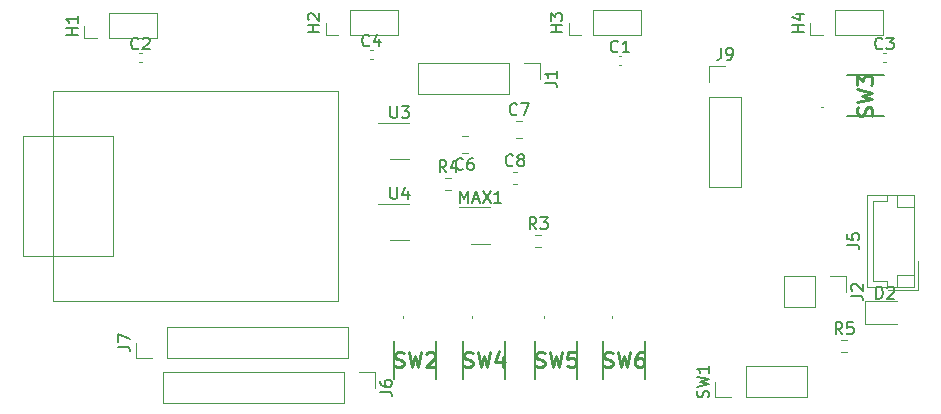
<source format=gbr>
%TF.GenerationSoftware,KiCad,Pcbnew,7.0.7*%
%TF.CreationDate,2024-09-13T11:59:40-05:00*%
%TF.ProjectId,LASK5,4c41534b-352e-46b6-9963-61645f706362,rev?*%
%TF.SameCoordinates,Original*%
%TF.FileFunction,Legend,Top*%
%TF.FilePolarity,Positive*%
%FSLAX46Y46*%
G04 Gerber Fmt 4.6, Leading zero omitted, Abs format (unit mm)*
G04 Created by KiCad (PCBNEW 7.0.7) date 2024-09-13 11:59:40*
%MOMM*%
%LPD*%
G01*
G04 APERTURE LIST*
%ADD10C,0.150000*%
%ADD11C,0.254000*%
%ADD12C,0.120000*%
%ADD13C,0.200000*%
%ADD14C,0.100000*%
G04 APERTURE END LIST*
D10*
X172132666Y-70276819D02*
X172132666Y-70991104D01*
X172132666Y-70991104D02*
X172085047Y-71133961D01*
X172085047Y-71133961D02*
X171989809Y-71229200D01*
X171989809Y-71229200D02*
X171846952Y-71276819D01*
X171846952Y-71276819D02*
X171751714Y-71276819D01*
X172656476Y-71276819D02*
X172846952Y-71276819D01*
X172846952Y-71276819D02*
X172942190Y-71229200D01*
X172942190Y-71229200D02*
X172989809Y-71181580D01*
X172989809Y-71181580D02*
X173085047Y-71038723D01*
X173085047Y-71038723D02*
X173132666Y-70848247D01*
X173132666Y-70848247D02*
X173132666Y-70467295D01*
X173132666Y-70467295D02*
X173085047Y-70372057D01*
X173085047Y-70372057D02*
X173037428Y-70324438D01*
X173037428Y-70324438D02*
X172942190Y-70276819D01*
X172942190Y-70276819D02*
X172751714Y-70276819D01*
X172751714Y-70276819D02*
X172656476Y-70324438D01*
X172656476Y-70324438D02*
X172608857Y-70372057D01*
X172608857Y-70372057D02*
X172561238Y-70467295D01*
X172561238Y-70467295D02*
X172561238Y-70705390D01*
X172561238Y-70705390D02*
X172608857Y-70800628D01*
X172608857Y-70800628D02*
X172656476Y-70848247D01*
X172656476Y-70848247D02*
X172751714Y-70895866D01*
X172751714Y-70895866D02*
X172942190Y-70895866D01*
X172942190Y-70895866D02*
X173037428Y-70848247D01*
X173037428Y-70848247D02*
X173085047Y-70800628D01*
X173085047Y-70800628D02*
X173132666Y-70705390D01*
X122797333Y-70319580D02*
X122749714Y-70367200D01*
X122749714Y-70367200D02*
X122606857Y-70414819D01*
X122606857Y-70414819D02*
X122511619Y-70414819D01*
X122511619Y-70414819D02*
X122368762Y-70367200D01*
X122368762Y-70367200D02*
X122273524Y-70271961D01*
X122273524Y-70271961D02*
X122225905Y-70176723D01*
X122225905Y-70176723D02*
X122178286Y-69986247D01*
X122178286Y-69986247D02*
X122178286Y-69843390D01*
X122178286Y-69843390D02*
X122225905Y-69652914D01*
X122225905Y-69652914D02*
X122273524Y-69557676D01*
X122273524Y-69557676D02*
X122368762Y-69462438D01*
X122368762Y-69462438D02*
X122511619Y-69414819D01*
X122511619Y-69414819D02*
X122606857Y-69414819D01*
X122606857Y-69414819D02*
X122749714Y-69462438D01*
X122749714Y-69462438D02*
X122797333Y-69510057D01*
X123178286Y-69510057D02*
X123225905Y-69462438D01*
X123225905Y-69462438D02*
X123321143Y-69414819D01*
X123321143Y-69414819D02*
X123559238Y-69414819D01*
X123559238Y-69414819D02*
X123654476Y-69462438D01*
X123654476Y-69462438D02*
X123702095Y-69510057D01*
X123702095Y-69510057D02*
X123749714Y-69605295D01*
X123749714Y-69605295D02*
X123749714Y-69700533D01*
X123749714Y-69700533D02*
X123702095Y-69843390D01*
X123702095Y-69843390D02*
X123130667Y-70414819D01*
X123130667Y-70414819D02*
X123749714Y-70414819D01*
X148868333Y-80812819D02*
X148535000Y-80336628D01*
X148296905Y-80812819D02*
X148296905Y-79812819D01*
X148296905Y-79812819D02*
X148677857Y-79812819D01*
X148677857Y-79812819D02*
X148773095Y-79860438D01*
X148773095Y-79860438D02*
X148820714Y-79908057D01*
X148820714Y-79908057D02*
X148868333Y-80003295D01*
X148868333Y-80003295D02*
X148868333Y-80146152D01*
X148868333Y-80146152D02*
X148820714Y-80241390D01*
X148820714Y-80241390D02*
X148773095Y-80289009D01*
X148773095Y-80289009D02*
X148677857Y-80336628D01*
X148677857Y-80336628D02*
X148296905Y-80336628D01*
X149725476Y-80146152D02*
X149725476Y-80812819D01*
X149487381Y-79765200D02*
X149249286Y-80479485D01*
X149249286Y-80479485D02*
X149868333Y-80479485D01*
X150267333Y-80525580D02*
X150219714Y-80573200D01*
X150219714Y-80573200D02*
X150076857Y-80620819D01*
X150076857Y-80620819D02*
X149981619Y-80620819D01*
X149981619Y-80620819D02*
X149838762Y-80573200D01*
X149838762Y-80573200D02*
X149743524Y-80477961D01*
X149743524Y-80477961D02*
X149695905Y-80382723D01*
X149695905Y-80382723D02*
X149648286Y-80192247D01*
X149648286Y-80192247D02*
X149648286Y-80049390D01*
X149648286Y-80049390D02*
X149695905Y-79858914D01*
X149695905Y-79858914D02*
X149743524Y-79763676D01*
X149743524Y-79763676D02*
X149838762Y-79668438D01*
X149838762Y-79668438D02*
X149981619Y-79620819D01*
X149981619Y-79620819D02*
X150076857Y-79620819D01*
X150076857Y-79620819D02*
X150219714Y-79668438D01*
X150219714Y-79668438D02*
X150267333Y-79716057D01*
X151124476Y-79620819D02*
X150934000Y-79620819D01*
X150934000Y-79620819D02*
X150838762Y-79668438D01*
X150838762Y-79668438D02*
X150791143Y-79716057D01*
X150791143Y-79716057D02*
X150695905Y-79858914D01*
X150695905Y-79858914D02*
X150648286Y-80049390D01*
X150648286Y-80049390D02*
X150648286Y-80430342D01*
X150648286Y-80430342D02*
X150695905Y-80525580D01*
X150695905Y-80525580D02*
X150743524Y-80573200D01*
X150743524Y-80573200D02*
X150838762Y-80620819D01*
X150838762Y-80620819D02*
X151029238Y-80620819D01*
X151029238Y-80620819D02*
X151124476Y-80573200D01*
X151124476Y-80573200D02*
X151172095Y-80525580D01*
X151172095Y-80525580D02*
X151219714Y-80430342D01*
X151219714Y-80430342D02*
X151219714Y-80192247D01*
X151219714Y-80192247D02*
X151172095Y-80097009D01*
X151172095Y-80097009D02*
X151124476Y-80049390D01*
X151124476Y-80049390D02*
X151029238Y-80001771D01*
X151029238Y-80001771D02*
X150838762Y-80001771D01*
X150838762Y-80001771D02*
X150743524Y-80049390D01*
X150743524Y-80049390D02*
X150695905Y-80097009D01*
X150695905Y-80097009D02*
X150648286Y-80192247D01*
X144139595Y-82078819D02*
X144139595Y-82888342D01*
X144139595Y-82888342D02*
X144187214Y-82983580D01*
X144187214Y-82983580D02*
X144234833Y-83031200D01*
X144234833Y-83031200D02*
X144330071Y-83078819D01*
X144330071Y-83078819D02*
X144520547Y-83078819D01*
X144520547Y-83078819D02*
X144615785Y-83031200D01*
X144615785Y-83031200D02*
X144663404Y-82983580D01*
X144663404Y-82983580D02*
X144711023Y-82888342D01*
X144711023Y-82888342D02*
X144711023Y-82078819D01*
X145615785Y-82412152D02*
X145615785Y-83078819D01*
X145377690Y-82031200D02*
X145139595Y-82745485D01*
X145139595Y-82745485D02*
X145758642Y-82745485D01*
D11*
X150364666Y-97252842D02*
X150546095Y-97313318D01*
X150546095Y-97313318D02*
X150848476Y-97313318D01*
X150848476Y-97313318D02*
X150969428Y-97252842D01*
X150969428Y-97252842D02*
X151029904Y-97192365D01*
X151029904Y-97192365D02*
X151090381Y-97071413D01*
X151090381Y-97071413D02*
X151090381Y-96950461D01*
X151090381Y-96950461D02*
X151029904Y-96829508D01*
X151029904Y-96829508D02*
X150969428Y-96769032D01*
X150969428Y-96769032D02*
X150848476Y-96708556D01*
X150848476Y-96708556D02*
X150606571Y-96648080D01*
X150606571Y-96648080D02*
X150485619Y-96587603D01*
X150485619Y-96587603D02*
X150425142Y-96527127D01*
X150425142Y-96527127D02*
X150364666Y-96406175D01*
X150364666Y-96406175D02*
X150364666Y-96285222D01*
X150364666Y-96285222D02*
X150425142Y-96164270D01*
X150425142Y-96164270D02*
X150485619Y-96103794D01*
X150485619Y-96103794D02*
X150606571Y-96043318D01*
X150606571Y-96043318D02*
X150908952Y-96043318D01*
X150908952Y-96043318D02*
X151090381Y-96103794D01*
X151513714Y-96043318D02*
X151816095Y-97313318D01*
X151816095Y-97313318D02*
X152058000Y-96406175D01*
X152058000Y-96406175D02*
X152299905Y-97313318D01*
X152299905Y-97313318D02*
X152602286Y-96043318D01*
X153630381Y-96466651D02*
X153630381Y-97313318D01*
X153328000Y-95982842D02*
X153025619Y-96889984D01*
X153025619Y-96889984D02*
X153811810Y-96889984D01*
X184882842Y-76027333D02*
X184943318Y-75845904D01*
X184943318Y-75845904D02*
X184943318Y-75543523D01*
X184943318Y-75543523D02*
X184882842Y-75422571D01*
X184882842Y-75422571D02*
X184822365Y-75362095D01*
X184822365Y-75362095D02*
X184701413Y-75301618D01*
X184701413Y-75301618D02*
X184580461Y-75301618D01*
X184580461Y-75301618D02*
X184459508Y-75362095D01*
X184459508Y-75362095D02*
X184399032Y-75422571D01*
X184399032Y-75422571D02*
X184338556Y-75543523D01*
X184338556Y-75543523D02*
X184278080Y-75785428D01*
X184278080Y-75785428D02*
X184217603Y-75906380D01*
X184217603Y-75906380D02*
X184157127Y-75966857D01*
X184157127Y-75966857D02*
X184036175Y-76027333D01*
X184036175Y-76027333D02*
X183915222Y-76027333D01*
X183915222Y-76027333D02*
X183794270Y-75966857D01*
X183794270Y-75966857D02*
X183733794Y-75906380D01*
X183733794Y-75906380D02*
X183673318Y-75785428D01*
X183673318Y-75785428D02*
X183673318Y-75483047D01*
X183673318Y-75483047D02*
X183733794Y-75301618D01*
X183673318Y-74878285D02*
X184943318Y-74575904D01*
X184943318Y-74575904D02*
X184036175Y-74333999D01*
X184036175Y-74333999D02*
X184943318Y-74092094D01*
X184943318Y-74092094D02*
X183673318Y-73789714D01*
X183673318Y-73426856D02*
X183673318Y-72640665D01*
X183673318Y-72640665D02*
X184157127Y-73063999D01*
X184157127Y-73063999D02*
X184157127Y-72882570D01*
X184157127Y-72882570D02*
X184217603Y-72761618D01*
X184217603Y-72761618D02*
X184278080Y-72701142D01*
X184278080Y-72701142D02*
X184399032Y-72640665D01*
X184399032Y-72640665D02*
X184701413Y-72640665D01*
X184701413Y-72640665D02*
X184822365Y-72701142D01*
X184822365Y-72701142D02*
X184882842Y-72761618D01*
X184882842Y-72761618D02*
X184943318Y-72882570D01*
X184943318Y-72882570D02*
X184943318Y-73245427D01*
X184943318Y-73245427D02*
X184882842Y-73366380D01*
X184882842Y-73366380D02*
X184822365Y-73426856D01*
D10*
X138126819Y-68929504D02*
X137126819Y-68929504D01*
X137603009Y-68929504D02*
X137603009Y-68358076D01*
X138126819Y-68358076D02*
X137126819Y-68358076D01*
X137222057Y-67929504D02*
X137174438Y-67881885D01*
X137174438Y-67881885D02*
X137126819Y-67786647D01*
X137126819Y-67786647D02*
X137126819Y-67548552D01*
X137126819Y-67548552D02*
X137174438Y-67453314D01*
X137174438Y-67453314D02*
X137222057Y-67405695D01*
X137222057Y-67405695D02*
X137317295Y-67358076D01*
X137317295Y-67358076D02*
X137412533Y-67358076D01*
X137412533Y-67358076D02*
X137555390Y-67405695D01*
X137555390Y-67405695D02*
X138126819Y-67977123D01*
X138126819Y-67977123D02*
X138126819Y-67358076D01*
X154506333Y-80209580D02*
X154458714Y-80257200D01*
X154458714Y-80257200D02*
X154315857Y-80304819D01*
X154315857Y-80304819D02*
X154220619Y-80304819D01*
X154220619Y-80304819D02*
X154077762Y-80257200D01*
X154077762Y-80257200D02*
X153982524Y-80161961D01*
X153982524Y-80161961D02*
X153934905Y-80066723D01*
X153934905Y-80066723D02*
X153887286Y-79876247D01*
X153887286Y-79876247D02*
X153887286Y-79733390D01*
X153887286Y-79733390D02*
X153934905Y-79542914D01*
X153934905Y-79542914D02*
X153982524Y-79447676D01*
X153982524Y-79447676D02*
X154077762Y-79352438D01*
X154077762Y-79352438D02*
X154220619Y-79304819D01*
X154220619Y-79304819D02*
X154315857Y-79304819D01*
X154315857Y-79304819D02*
X154458714Y-79352438D01*
X154458714Y-79352438D02*
X154506333Y-79400057D01*
X155077762Y-79733390D02*
X154982524Y-79685771D01*
X154982524Y-79685771D02*
X154934905Y-79638152D01*
X154934905Y-79638152D02*
X154887286Y-79542914D01*
X154887286Y-79542914D02*
X154887286Y-79495295D01*
X154887286Y-79495295D02*
X154934905Y-79400057D01*
X154934905Y-79400057D02*
X154982524Y-79352438D01*
X154982524Y-79352438D02*
X155077762Y-79304819D01*
X155077762Y-79304819D02*
X155268238Y-79304819D01*
X155268238Y-79304819D02*
X155363476Y-79352438D01*
X155363476Y-79352438D02*
X155411095Y-79400057D01*
X155411095Y-79400057D02*
X155458714Y-79495295D01*
X155458714Y-79495295D02*
X155458714Y-79542914D01*
X155458714Y-79542914D02*
X155411095Y-79638152D01*
X155411095Y-79638152D02*
X155363476Y-79685771D01*
X155363476Y-79685771D02*
X155268238Y-79733390D01*
X155268238Y-79733390D02*
X155077762Y-79733390D01*
X155077762Y-79733390D02*
X154982524Y-79781009D01*
X154982524Y-79781009D02*
X154934905Y-79828628D01*
X154934905Y-79828628D02*
X154887286Y-79923866D01*
X154887286Y-79923866D02*
X154887286Y-80114342D01*
X154887286Y-80114342D02*
X154934905Y-80209580D01*
X154934905Y-80209580D02*
X154982524Y-80257200D01*
X154982524Y-80257200D02*
X155077762Y-80304819D01*
X155077762Y-80304819D02*
X155268238Y-80304819D01*
X155268238Y-80304819D02*
X155363476Y-80257200D01*
X155363476Y-80257200D02*
X155411095Y-80209580D01*
X155411095Y-80209580D02*
X155458714Y-80114342D01*
X155458714Y-80114342D02*
X155458714Y-79923866D01*
X155458714Y-79923866D02*
X155411095Y-79828628D01*
X155411095Y-79828628D02*
X155363476Y-79781009D01*
X155363476Y-79781009D02*
X155268238Y-79733390D01*
X144139595Y-75220819D02*
X144139595Y-76030342D01*
X144139595Y-76030342D02*
X144187214Y-76125580D01*
X144187214Y-76125580D02*
X144234833Y-76173200D01*
X144234833Y-76173200D02*
X144330071Y-76220819D01*
X144330071Y-76220819D02*
X144520547Y-76220819D01*
X144520547Y-76220819D02*
X144615785Y-76173200D01*
X144615785Y-76173200D02*
X144663404Y-76125580D01*
X144663404Y-76125580D02*
X144711023Y-76030342D01*
X144711023Y-76030342D02*
X144711023Y-75220819D01*
X145091976Y-75220819D02*
X145711023Y-75220819D01*
X145711023Y-75220819D02*
X145377690Y-75601771D01*
X145377690Y-75601771D02*
X145520547Y-75601771D01*
X145520547Y-75601771D02*
X145615785Y-75649390D01*
X145615785Y-75649390D02*
X145663404Y-75697009D01*
X145663404Y-75697009D02*
X145711023Y-75792247D01*
X145711023Y-75792247D02*
X145711023Y-76030342D01*
X145711023Y-76030342D02*
X145663404Y-76125580D01*
X145663404Y-76125580D02*
X145615785Y-76173200D01*
X145615785Y-76173200D02*
X145520547Y-76220819D01*
X145520547Y-76220819D02*
X145234833Y-76220819D01*
X145234833Y-76220819D02*
X145139595Y-76173200D01*
X145139595Y-76173200D02*
X145091976Y-76125580D01*
X156488333Y-85638819D02*
X156155000Y-85162628D01*
X155916905Y-85638819D02*
X155916905Y-84638819D01*
X155916905Y-84638819D02*
X156297857Y-84638819D01*
X156297857Y-84638819D02*
X156393095Y-84686438D01*
X156393095Y-84686438D02*
X156440714Y-84734057D01*
X156440714Y-84734057D02*
X156488333Y-84829295D01*
X156488333Y-84829295D02*
X156488333Y-84972152D01*
X156488333Y-84972152D02*
X156440714Y-85067390D01*
X156440714Y-85067390D02*
X156393095Y-85115009D01*
X156393095Y-85115009D02*
X156297857Y-85162628D01*
X156297857Y-85162628D02*
X155916905Y-85162628D01*
X156821667Y-84638819D02*
X157440714Y-84638819D01*
X157440714Y-84638819D02*
X157107381Y-85019771D01*
X157107381Y-85019771D02*
X157250238Y-85019771D01*
X157250238Y-85019771D02*
X157345476Y-85067390D01*
X157345476Y-85067390D02*
X157393095Y-85115009D01*
X157393095Y-85115009D02*
X157440714Y-85210247D01*
X157440714Y-85210247D02*
X157440714Y-85448342D01*
X157440714Y-85448342D02*
X157393095Y-85543580D01*
X157393095Y-85543580D02*
X157345476Y-85591200D01*
X157345476Y-85591200D02*
X157250238Y-85638819D01*
X157250238Y-85638819D02*
X156964524Y-85638819D01*
X156964524Y-85638819D02*
X156869286Y-85591200D01*
X156869286Y-85591200D02*
X156821667Y-85543580D01*
X171051200Y-99885332D02*
X171098819Y-99742475D01*
X171098819Y-99742475D02*
X171098819Y-99504380D01*
X171098819Y-99504380D02*
X171051200Y-99409142D01*
X171051200Y-99409142D02*
X171003580Y-99361523D01*
X171003580Y-99361523D02*
X170908342Y-99313904D01*
X170908342Y-99313904D02*
X170813104Y-99313904D01*
X170813104Y-99313904D02*
X170717866Y-99361523D01*
X170717866Y-99361523D02*
X170670247Y-99409142D01*
X170670247Y-99409142D02*
X170622628Y-99504380D01*
X170622628Y-99504380D02*
X170575009Y-99694856D01*
X170575009Y-99694856D02*
X170527390Y-99790094D01*
X170527390Y-99790094D02*
X170479771Y-99837713D01*
X170479771Y-99837713D02*
X170384533Y-99885332D01*
X170384533Y-99885332D02*
X170289295Y-99885332D01*
X170289295Y-99885332D02*
X170194057Y-99837713D01*
X170194057Y-99837713D02*
X170146438Y-99790094D01*
X170146438Y-99790094D02*
X170098819Y-99694856D01*
X170098819Y-99694856D02*
X170098819Y-99456761D01*
X170098819Y-99456761D02*
X170146438Y-99313904D01*
X170098819Y-98980570D02*
X171098819Y-98742475D01*
X171098819Y-98742475D02*
X170384533Y-98551999D01*
X170384533Y-98551999D02*
X171098819Y-98361523D01*
X171098819Y-98361523D02*
X170098819Y-98123428D01*
X171098819Y-97218666D02*
X171098819Y-97790094D01*
X171098819Y-97504380D02*
X170098819Y-97504380D01*
X170098819Y-97504380D02*
X170241676Y-97599618D01*
X170241676Y-97599618D02*
X170336914Y-97694856D01*
X170336914Y-97694856D02*
X170384533Y-97790094D01*
X142355333Y-70065580D02*
X142307714Y-70113200D01*
X142307714Y-70113200D02*
X142164857Y-70160819D01*
X142164857Y-70160819D02*
X142069619Y-70160819D01*
X142069619Y-70160819D02*
X141926762Y-70113200D01*
X141926762Y-70113200D02*
X141831524Y-70017961D01*
X141831524Y-70017961D02*
X141783905Y-69922723D01*
X141783905Y-69922723D02*
X141736286Y-69732247D01*
X141736286Y-69732247D02*
X141736286Y-69589390D01*
X141736286Y-69589390D02*
X141783905Y-69398914D01*
X141783905Y-69398914D02*
X141831524Y-69303676D01*
X141831524Y-69303676D02*
X141926762Y-69208438D01*
X141926762Y-69208438D02*
X142069619Y-69160819D01*
X142069619Y-69160819D02*
X142164857Y-69160819D01*
X142164857Y-69160819D02*
X142307714Y-69208438D01*
X142307714Y-69208438D02*
X142355333Y-69256057D01*
X143212476Y-69494152D02*
X143212476Y-70160819D01*
X142974381Y-69113200D02*
X142736286Y-69827485D01*
X142736286Y-69827485D02*
X143355333Y-69827485D01*
X185789333Y-70319580D02*
X185741714Y-70367200D01*
X185741714Y-70367200D02*
X185598857Y-70414819D01*
X185598857Y-70414819D02*
X185503619Y-70414819D01*
X185503619Y-70414819D02*
X185360762Y-70367200D01*
X185360762Y-70367200D02*
X185265524Y-70271961D01*
X185265524Y-70271961D02*
X185217905Y-70176723D01*
X185217905Y-70176723D02*
X185170286Y-69986247D01*
X185170286Y-69986247D02*
X185170286Y-69843390D01*
X185170286Y-69843390D02*
X185217905Y-69652914D01*
X185217905Y-69652914D02*
X185265524Y-69557676D01*
X185265524Y-69557676D02*
X185360762Y-69462438D01*
X185360762Y-69462438D02*
X185503619Y-69414819D01*
X185503619Y-69414819D02*
X185598857Y-69414819D01*
X185598857Y-69414819D02*
X185741714Y-69462438D01*
X185741714Y-69462438D02*
X185789333Y-69510057D01*
X186122667Y-69414819D02*
X186741714Y-69414819D01*
X186741714Y-69414819D02*
X186408381Y-69795771D01*
X186408381Y-69795771D02*
X186551238Y-69795771D01*
X186551238Y-69795771D02*
X186646476Y-69843390D01*
X186646476Y-69843390D02*
X186694095Y-69891009D01*
X186694095Y-69891009D02*
X186741714Y-69986247D01*
X186741714Y-69986247D02*
X186741714Y-70224342D01*
X186741714Y-70224342D02*
X186694095Y-70319580D01*
X186694095Y-70319580D02*
X186646476Y-70367200D01*
X186646476Y-70367200D02*
X186551238Y-70414819D01*
X186551238Y-70414819D02*
X186265524Y-70414819D01*
X186265524Y-70414819D02*
X186170286Y-70367200D01*
X186170286Y-70367200D02*
X186122667Y-70319580D01*
X179147819Y-68929504D02*
X178147819Y-68929504D01*
X178624009Y-68929504D02*
X178624009Y-68358076D01*
X179147819Y-68358076D02*
X178147819Y-68358076D01*
X178481152Y-67453314D02*
X179147819Y-67453314D01*
X178100200Y-67691409D02*
X178814485Y-67929504D01*
X178814485Y-67929504D02*
X178814485Y-67310457D01*
D11*
X162224666Y-97252842D02*
X162406095Y-97313318D01*
X162406095Y-97313318D02*
X162708476Y-97313318D01*
X162708476Y-97313318D02*
X162829428Y-97252842D01*
X162829428Y-97252842D02*
X162889904Y-97192365D01*
X162889904Y-97192365D02*
X162950381Y-97071413D01*
X162950381Y-97071413D02*
X162950381Y-96950461D01*
X162950381Y-96950461D02*
X162889904Y-96829508D01*
X162889904Y-96829508D02*
X162829428Y-96769032D01*
X162829428Y-96769032D02*
X162708476Y-96708556D01*
X162708476Y-96708556D02*
X162466571Y-96648080D01*
X162466571Y-96648080D02*
X162345619Y-96587603D01*
X162345619Y-96587603D02*
X162285142Y-96527127D01*
X162285142Y-96527127D02*
X162224666Y-96406175D01*
X162224666Y-96406175D02*
X162224666Y-96285222D01*
X162224666Y-96285222D02*
X162285142Y-96164270D01*
X162285142Y-96164270D02*
X162345619Y-96103794D01*
X162345619Y-96103794D02*
X162466571Y-96043318D01*
X162466571Y-96043318D02*
X162768952Y-96043318D01*
X162768952Y-96043318D02*
X162950381Y-96103794D01*
X163373714Y-96043318D02*
X163676095Y-97313318D01*
X163676095Y-97313318D02*
X163918000Y-96406175D01*
X163918000Y-96406175D02*
X164159905Y-97313318D01*
X164159905Y-97313318D02*
X164462286Y-96043318D01*
X165490381Y-96043318D02*
X165248476Y-96043318D01*
X165248476Y-96043318D02*
X165127524Y-96103794D01*
X165127524Y-96103794D02*
X165067048Y-96164270D01*
X165067048Y-96164270D02*
X164946095Y-96345699D01*
X164946095Y-96345699D02*
X164885619Y-96587603D01*
X164885619Y-96587603D02*
X164885619Y-97071413D01*
X164885619Y-97071413D02*
X164946095Y-97192365D01*
X164946095Y-97192365D02*
X165006572Y-97252842D01*
X165006572Y-97252842D02*
X165127524Y-97313318D01*
X165127524Y-97313318D02*
X165369429Y-97313318D01*
X165369429Y-97313318D02*
X165490381Y-97252842D01*
X165490381Y-97252842D02*
X165550857Y-97192365D01*
X165550857Y-97192365D02*
X165611334Y-97071413D01*
X165611334Y-97071413D02*
X165611334Y-96769032D01*
X165611334Y-96769032D02*
X165550857Y-96648080D01*
X165550857Y-96648080D02*
X165490381Y-96587603D01*
X165490381Y-96587603D02*
X165369429Y-96527127D01*
X165369429Y-96527127D02*
X165127524Y-96527127D01*
X165127524Y-96527127D02*
X165006572Y-96587603D01*
X165006572Y-96587603D02*
X164946095Y-96648080D01*
X164946095Y-96648080D02*
X164885619Y-96769032D01*
D10*
X143262819Y-99393333D02*
X143977104Y-99393333D01*
X143977104Y-99393333D02*
X144119961Y-99440952D01*
X144119961Y-99440952D02*
X144215200Y-99536190D01*
X144215200Y-99536190D02*
X144262819Y-99679047D01*
X144262819Y-99679047D02*
X144262819Y-99774285D01*
X143262819Y-98488571D02*
X143262819Y-98679047D01*
X143262819Y-98679047D02*
X143310438Y-98774285D01*
X143310438Y-98774285D02*
X143358057Y-98821904D01*
X143358057Y-98821904D02*
X143500914Y-98917142D01*
X143500914Y-98917142D02*
X143691390Y-98964761D01*
X143691390Y-98964761D02*
X144072342Y-98964761D01*
X144072342Y-98964761D02*
X144167580Y-98917142D01*
X144167580Y-98917142D02*
X144215200Y-98869523D01*
X144215200Y-98869523D02*
X144262819Y-98774285D01*
X144262819Y-98774285D02*
X144262819Y-98583809D01*
X144262819Y-98583809D02*
X144215200Y-98488571D01*
X144215200Y-98488571D02*
X144167580Y-98440952D01*
X144167580Y-98440952D02*
X144072342Y-98393333D01*
X144072342Y-98393333D02*
X143834247Y-98393333D01*
X143834247Y-98393333D02*
X143739009Y-98440952D01*
X143739009Y-98440952D02*
X143691390Y-98488571D01*
X143691390Y-98488571D02*
X143643771Y-98583809D01*
X143643771Y-98583809D02*
X143643771Y-98774285D01*
X143643771Y-98774285D02*
X143691390Y-98869523D01*
X143691390Y-98869523D02*
X143739009Y-98917142D01*
X143739009Y-98917142D02*
X143834247Y-98964761D01*
X182836819Y-86967333D02*
X183551104Y-86967333D01*
X183551104Y-86967333D02*
X183693961Y-87014952D01*
X183693961Y-87014952D02*
X183789200Y-87110190D01*
X183789200Y-87110190D02*
X183836819Y-87253047D01*
X183836819Y-87253047D02*
X183836819Y-87348285D01*
X182836819Y-86014952D02*
X182836819Y-86491142D01*
X182836819Y-86491142D02*
X183313009Y-86538761D01*
X183313009Y-86538761D02*
X183265390Y-86491142D01*
X183265390Y-86491142D02*
X183217771Y-86395904D01*
X183217771Y-86395904D02*
X183217771Y-86157809D01*
X183217771Y-86157809D02*
X183265390Y-86062571D01*
X183265390Y-86062571D02*
X183313009Y-86014952D01*
X183313009Y-86014952D02*
X183408247Y-85967333D01*
X183408247Y-85967333D02*
X183646342Y-85967333D01*
X183646342Y-85967333D02*
X183741580Y-86014952D01*
X183741580Y-86014952D02*
X183789200Y-86062571D01*
X183789200Y-86062571D02*
X183836819Y-86157809D01*
X183836819Y-86157809D02*
X183836819Y-86395904D01*
X183836819Y-86395904D02*
X183789200Y-86491142D01*
X183789200Y-86491142D02*
X183741580Y-86538761D01*
D11*
X156460666Y-97252842D02*
X156642095Y-97313318D01*
X156642095Y-97313318D02*
X156944476Y-97313318D01*
X156944476Y-97313318D02*
X157065428Y-97252842D01*
X157065428Y-97252842D02*
X157125904Y-97192365D01*
X157125904Y-97192365D02*
X157186381Y-97071413D01*
X157186381Y-97071413D02*
X157186381Y-96950461D01*
X157186381Y-96950461D02*
X157125904Y-96829508D01*
X157125904Y-96829508D02*
X157065428Y-96769032D01*
X157065428Y-96769032D02*
X156944476Y-96708556D01*
X156944476Y-96708556D02*
X156702571Y-96648080D01*
X156702571Y-96648080D02*
X156581619Y-96587603D01*
X156581619Y-96587603D02*
X156521142Y-96527127D01*
X156521142Y-96527127D02*
X156460666Y-96406175D01*
X156460666Y-96406175D02*
X156460666Y-96285222D01*
X156460666Y-96285222D02*
X156521142Y-96164270D01*
X156521142Y-96164270D02*
X156581619Y-96103794D01*
X156581619Y-96103794D02*
X156702571Y-96043318D01*
X156702571Y-96043318D02*
X157004952Y-96043318D01*
X157004952Y-96043318D02*
X157186381Y-96103794D01*
X157609714Y-96043318D02*
X157912095Y-97313318D01*
X157912095Y-97313318D02*
X158154000Y-96406175D01*
X158154000Y-96406175D02*
X158395905Y-97313318D01*
X158395905Y-97313318D02*
X158698286Y-96043318D01*
X159786857Y-96043318D02*
X159182095Y-96043318D01*
X159182095Y-96043318D02*
X159121619Y-96648080D01*
X159121619Y-96648080D02*
X159182095Y-96587603D01*
X159182095Y-96587603D02*
X159303048Y-96527127D01*
X159303048Y-96527127D02*
X159605429Y-96527127D01*
X159605429Y-96527127D02*
X159726381Y-96587603D01*
X159726381Y-96587603D02*
X159786857Y-96648080D01*
X159786857Y-96648080D02*
X159847334Y-96769032D01*
X159847334Y-96769032D02*
X159847334Y-97071413D01*
X159847334Y-97071413D02*
X159786857Y-97192365D01*
X159786857Y-97192365D02*
X159726381Y-97252842D01*
X159726381Y-97252842D02*
X159605429Y-97313318D01*
X159605429Y-97313318D02*
X159303048Y-97313318D01*
X159303048Y-97313318D02*
X159182095Y-97252842D01*
X159182095Y-97252842D02*
X159121619Y-97192365D01*
D10*
X185268405Y-91514819D02*
X185268405Y-90514819D01*
X185268405Y-90514819D02*
X185506500Y-90514819D01*
X185506500Y-90514819D02*
X185649357Y-90562438D01*
X185649357Y-90562438D02*
X185744595Y-90657676D01*
X185744595Y-90657676D02*
X185792214Y-90752914D01*
X185792214Y-90752914D02*
X185839833Y-90943390D01*
X185839833Y-90943390D02*
X185839833Y-91086247D01*
X185839833Y-91086247D02*
X185792214Y-91276723D01*
X185792214Y-91276723D02*
X185744595Y-91371961D01*
X185744595Y-91371961D02*
X185649357Y-91467200D01*
X185649357Y-91467200D02*
X185506500Y-91514819D01*
X185506500Y-91514819D02*
X185268405Y-91514819D01*
X186220786Y-90610057D02*
X186268405Y-90562438D01*
X186268405Y-90562438D02*
X186363643Y-90514819D01*
X186363643Y-90514819D02*
X186601738Y-90514819D01*
X186601738Y-90514819D02*
X186696976Y-90562438D01*
X186696976Y-90562438D02*
X186744595Y-90610057D01*
X186744595Y-90610057D02*
X186792214Y-90705295D01*
X186792214Y-90705295D02*
X186792214Y-90800533D01*
X186792214Y-90800533D02*
X186744595Y-90943390D01*
X186744595Y-90943390D02*
X186173167Y-91514819D01*
X186173167Y-91514819D02*
X186792214Y-91514819D01*
X182396333Y-94528819D02*
X182063000Y-94052628D01*
X181824905Y-94528819D02*
X181824905Y-93528819D01*
X181824905Y-93528819D02*
X182205857Y-93528819D01*
X182205857Y-93528819D02*
X182301095Y-93576438D01*
X182301095Y-93576438D02*
X182348714Y-93624057D01*
X182348714Y-93624057D02*
X182396333Y-93719295D01*
X182396333Y-93719295D02*
X182396333Y-93862152D01*
X182396333Y-93862152D02*
X182348714Y-93957390D01*
X182348714Y-93957390D02*
X182301095Y-94005009D01*
X182301095Y-94005009D02*
X182205857Y-94052628D01*
X182205857Y-94052628D02*
X181824905Y-94052628D01*
X183301095Y-93528819D02*
X182824905Y-93528819D01*
X182824905Y-93528819D02*
X182777286Y-94005009D01*
X182777286Y-94005009D02*
X182824905Y-93957390D01*
X182824905Y-93957390D02*
X182920143Y-93909771D01*
X182920143Y-93909771D02*
X183158238Y-93909771D01*
X183158238Y-93909771D02*
X183253476Y-93957390D01*
X183253476Y-93957390D02*
X183301095Y-94005009D01*
X183301095Y-94005009D02*
X183348714Y-94100247D01*
X183348714Y-94100247D02*
X183348714Y-94338342D01*
X183348714Y-94338342D02*
X183301095Y-94433580D01*
X183301095Y-94433580D02*
X183253476Y-94481200D01*
X183253476Y-94481200D02*
X183158238Y-94528819D01*
X183158238Y-94528819D02*
X182920143Y-94528819D01*
X182920143Y-94528819D02*
X182824905Y-94481200D01*
X182824905Y-94481200D02*
X182777286Y-94433580D01*
X154839333Y-75895580D02*
X154791714Y-75943200D01*
X154791714Y-75943200D02*
X154648857Y-75990819D01*
X154648857Y-75990819D02*
X154553619Y-75990819D01*
X154553619Y-75990819D02*
X154410762Y-75943200D01*
X154410762Y-75943200D02*
X154315524Y-75847961D01*
X154315524Y-75847961D02*
X154267905Y-75752723D01*
X154267905Y-75752723D02*
X154220286Y-75562247D01*
X154220286Y-75562247D02*
X154220286Y-75419390D01*
X154220286Y-75419390D02*
X154267905Y-75228914D01*
X154267905Y-75228914D02*
X154315524Y-75133676D01*
X154315524Y-75133676D02*
X154410762Y-75038438D01*
X154410762Y-75038438D02*
X154553619Y-74990819D01*
X154553619Y-74990819D02*
X154648857Y-74990819D01*
X154648857Y-74990819D02*
X154791714Y-75038438D01*
X154791714Y-75038438D02*
X154839333Y-75086057D01*
X155172667Y-74990819D02*
X155839333Y-74990819D01*
X155839333Y-74990819D02*
X155410762Y-75990819D01*
X163409333Y-70573580D02*
X163361714Y-70621200D01*
X163361714Y-70621200D02*
X163218857Y-70668819D01*
X163218857Y-70668819D02*
X163123619Y-70668819D01*
X163123619Y-70668819D02*
X162980762Y-70621200D01*
X162980762Y-70621200D02*
X162885524Y-70525961D01*
X162885524Y-70525961D02*
X162837905Y-70430723D01*
X162837905Y-70430723D02*
X162790286Y-70240247D01*
X162790286Y-70240247D02*
X162790286Y-70097390D01*
X162790286Y-70097390D02*
X162837905Y-69906914D01*
X162837905Y-69906914D02*
X162885524Y-69811676D01*
X162885524Y-69811676D02*
X162980762Y-69716438D01*
X162980762Y-69716438D02*
X163123619Y-69668819D01*
X163123619Y-69668819D02*
X163218857Y-69668819D01*
X163218857Y-69668819D02*
X163361714Y-69716438D01*
X163361714Y-69716438D02*
X163409333Y-69764057D01*
X164361714Y-70668819D02*
X163790286Y-70668819D01*
X164076000Y-70668819D02*
X164076000Y-69668819D01*
X164076000Y-69668819D02*
X163980762Y-69811676D01*
X163980762Y-69811676D02*
X163885524Y-69906914D01*
X163885524Y-69906914D02*
X163790286Y-69954533D01*
X121076819Y-95583333D02*
X121791104Y-95583333D01*
X121791104Y-95583333D02*
X121933961Y-95630952D01*
X121933961Y-95630952D02*
X122029200Y-95726190D01*
X122029200Y-95726190D02*
X122076819Y-95869047D01*
X122076819Y-95869047D02*
X122076819Y-95964285D01*
X121076819Y-95202380D02*
X121076819Y-94535714D01*
X121076819Y-94535714D02*
X122076819Y-94964285D01*
X117679819Y-69160504D02*
X116679819Y-69160504D01*
X117156009Y-69160504D02*
X117156009Y-68589076D01*
X117679819Y-68589076D02*
X116679819Y-68589076D01*
X117679819Y-67589076D02*
X117679819Y-68160504D01*
X117679819Y-67874790D02*
X116679819Y-67874790D01*
X116679819Y-67874790D02*
X116822676Y-67970028D01*
X116822676Y-67970028D02*
X116917914Y-68065266D01*
X116917914Y-68065266D02*
X116965533Y-68160504D01*
X158700819Y-68929504D02*
X157700819Y-68929504D01*
X158177009Y-68929504D02*
X158177009Y-68358076D01*
X158700819Y-68358076D02*
X157700819Y-68358076D01*
X157700819Y-67977123D02*
X157700819Y-67358076D01*
X157700819Y-67358076D02*
X158081771Y-67691409D01*
X158081771Y-67691409D02*
X158081771Y-67548552D01*
X158081771Y-67548552D02*
X158129390Y-67453314D01*
X158129390Y-67453314D02*
X158177009Y-67405695D01*
X158177009Y-67405695D02*
X158272247Y-67358076D01*
X158272247Y-67358076D02*
X158510342Y-67358076D01*
X158510342Y-67358076D02*
X158605580Y-67405695D01*
X158605580Y-67405695D02*
X158653200Y-67453314D01*
X158653200Y-67453314D02*
X158700819Y-67548552D01*
X158700819Y-67548552D02*
X158700819Y-67834266D01*
X158700819Y-67834266D02*
X158653200Y-67929504D01*
X158653200Y-67929504D02*
X158605580Y-67977123D01*
X157232819Y-73231333D02*
X157947104Y-73231333D01*
X157947104Y-73231333D02*
X158089961Y-73278952D01*
X158089961Y-73278952D02*
X158185200Y-73374190D01*
X158185200Y-73374190D02*
X158232819Y-73517047D01*
X158232819Y-73517047D02*
X158232819Y-73612285D01*
X158232819Y-72231333D02*
X158232819Y-72802761D01*
X158232819Y-72517047D02*
X157232819Y-72517047D01*
X157232819Y-72517047D02*
X157375676Y-72612285D01*
X157375676Y-72612285D02*
X157470914Y-72707523D01*
X157470914Y-72707523D02*
X157518533Y-72802761D01*
X150045214Y-83398819D02*
X150045214Y-82398819D01*
X150045214Y-82398819D02*
X150378547Y-83113104D01*
X150378547Y-83113104D02*
X150711880Y-82398819D01*
X150711880Y-82398819D02*
X150711880Y-83398819D01*
X151140452Y-83113104D02*
X151616642Y-83113104D01*
X151045214Y-83398819D02*
X151378547Y-82398819D01*
X151378547Y-82398819D02*
X151711880Y-83398819D01*
X151949976Y-82398819D02*
X152616642Y-83398819D01*
X152616642Y-82398819D02*
X151949976Y-83398819D01*
X153521404Y-83398819D02*
X152949976Y-83398819D01*
X153235690Y-83398819D02*
X153235690Y-82398819D01*
X153235690Y-82398819D02*
X153140452Y-82541676D01*
X153140452Y-82541676D02*
X153045214Y-82636914D01*
X153045214Y-82636914D02*
X152949976Y-82684533D01*
D11*
X144522666Y-97252842D02*
X144704095Y-97313318D01*
X144704095Y-97313318D02*
X145006476Y-97313318D01*
X145006476Y-97313318D02*
X145127428Y-97252842D01*
X145127428Y-97252842D02*
X145187904Y-97192365D01*
X145187904Y-97192365D02*
X145248381Y-97071413D01*
X145248381Y-97071413D02*
X145248381Y-96950461D01*
X145248381Y-96950461D02*
X145187904Y-96829508D01*
X145187904Y-96829508D02*
X145127428Y-96769032D01*
X145127428Y-96769032D02*
X145006476Y-96708556D01*
X145006476Y-96708556D02*
X144764571Y-96648080D01*
X144764571Y-96648080D02*
X144643619Y-96587603D01*
X144643619Y-96587603D02*
X144583142Y-96527127D01*
X144583142Y-96527127D02*
X144522666Y-96406175D01*
X144522666Y-96406175D02*
X144522666Y-96285222D01*
X144522666Y-96285222D02*
X144583142Y-96164270D01*
X144583142Y-96164270D02*
X144643619Y-96103794D01*
X144643619Y-96103794D02*
X144764571Y-96043318D01*
X144764571Y-96043318D02*
X145066952Y-96043318D01*
X145066952Y-96043318D02*
X145248381Y-96103794D01*
X145671714Y-96043318D02*
X145974095Y-97313318D01*
X145974095Y-97313318D02*
X146216000Y-96406175D01*
X146216000Y-96406175D02*
X146457905Y-97313318D01*
X146457905Y-97313318D02*
X146760286Y-96043318D01*
X147183619Y-96164270D02*
X147244095Y-96103794D01*
X147244095Y-96103794D02*
X147365048Y-96043318D01*
X147365048Y-96043318D02*
X147667429Y-96043318D01*
X147667429Y-96043318D02*
X147788381Y-96103794D01*
X147788381Y-96103794D02*
X147848857Y-96164270D01*
X147848857Y-96164270D02*
X147909334Y-96285222D01*
X147909334Y-96285222D02*
X147909334Y-96406175D01*
X147909334Y-96406175D02*
X147848857Y-96587603D01*
X147848857Y-96587603D02*
X147123143Y-97313318D01*
X147123143Y-97313318D02*
X147909334Y-97313318D01*
D10*
X183140819Y-91265333D02*
X183855104Y-91265333D01*
X183855104Y-91265333D02*
X183997961Y-91312952D01*
X183997961Y-91312952D02*
X184093200Y-91408190D01*
X184093200Y-91408190D02*
X184140819Y-91551047D01*
X184140819Y-91551047D02*
X184140819Y-91646285D01*
X183236057Y-90836761D02*
X183188438Y-90789142D01*
X183188438Y-90789142D02*
X183140819Y-90693904D01*
X183140819Y-90693904D02*
X183140819Y-90455809D01*
X183140819Y-90455809D02*
X183188438Y-90360571D01*
X183188438Y-90360571D02*
X183236057Y-90312952D01*
X183236057Y-90312952D02*
X183331295Y-90265333D01*
X183331295Y-90265333D02*
X183426533Y-90265333D01*
X183426533Y-90265333D02*
X183569390Y-90312952D01*
X183569390Y-90312952D02*
X184140819Y-90884380D01*
X184140819Y-90884380D02*
X184140819Y-90265333D01*
D12*
%TO.C,J9*%
X173796000Y-74422000D02*
X173796000Y-82102000D01*
X171136000Y-73152000D02*
X171136000Y-71822000D01*
X171136000Y-82102000D02*
X173796000Y-82102000D01*
X171136000Y-74422000D02*
X173796000Y-74422000D01*
X171136000Y-71822000D02*
X172466000Y-71822000D01*
X171136000Y-74422000D02*
X171136000Y-82102000D01*
%TO.C,C2*%
X122856164Y-70760000D02*
X123071836Y-70760000D01*
X122856164Y-71480000D02*
X123071836Y-71480000D01*
%TO.C,R4*%
X148797742Y-81265500D02*
X149272258Y-81265500D01*
X148797742Y-82310500D02*
X149272258Y-82310500D01*
%TO.C,C6*%
X150695252Y-79221000D02*
X150172748Y-79221000D01*
X150695252Y-77751000D02*
X150172748Y-77751000D01*
%TO.C,U4*%
X144901500Y-83464000D02*
X143101500Y-83464000D01*
X144901500Y-83464000D02*
X145701500Y-83464000D01*
X144901500Y-86584000D02*
X144101500Y-86584000D01*
X144901500Y-86584000D02*
X145701500Y-86584000D01*
D13*
%TO.C,SW4*%
X150308000Y-98339000D02*
X150308000Y-95139000D01*
D14*
X151058000Y-93039000D02*
X151058000Y-93039000D01*
X151058000Y-93139000D02*
X151058000Y-93139000D01*
X151058000Y-93139000D02*
X151058000Y-93139000D01*
D13*
X153808000Y-98339000D02*
X153808000Y-95139000D01*
D14*
X151058000Y-93139000D02*
G75*
G03*
X151058000Y-93039000I0J50000D01*
G01*
X151058000Y-93139000D02*
G75*
G03*
X151058000Y-93039000I0J50000D01*
G01*
X151058000Y-93039000D02*
G75*
G03*
X151058000Y-93139000I0J-50000D01*
G01*
D13*
%TO.C,SW3*%
X185969000Y-76084000D02*
X182769000Y-76084000D01*
D14*
X180669000Y-75334000D02*
X180669000Y-75334000D01*
X180769000Y-75334000D02*
X180769000Y-75334000D01*
X180769000Y-75334000D02*
X180769000Y-75334000D01*
D13*
X185969000Y-72584000D02*
X182769000Y-72584000D01*
D14*
X180769000Y-75334000D02*
G75*
G03*
X180669000Y-75334000I-50000J0D01*
G01*
X180769000Y-75334000D02*
G75*
G03*
X180669000Y-75334000I-50000J0D01*
G01*
X180669000Y-75334000D02*
G75*
G03*
X180769000Y-75334000I50000J0D01*
G01*
D12*
%TO.C,H2*%
X138672000Y-69227600D02*
X138672000Y-68167600D01*
X139732000Y-69227600D02*
X138672000Y-69227600D01*
X140732000Y-69227600D02*
X144792000Y-69227600D01*
X140732000Y-69227600D02*
X140732000Y-67107600D01*
X144792000Y-69227600D02*
X144792000Y-67107600D01*
X140732000Y-67107600D02*
X144792000Y-67107600D01*
%TO.C,C8*%
X154532420Y-80770000D02*
X154813580Y-80770000D01*
X154532420Y-81790000D02*
X154813580Y-81790000D01*
%TO.C,U3*%
X144901500Y-76606000D02*
X143101500Y-76606000D01*
X144901500Y-76606000D02*
X145701500Y-76606000D01*
X144901500Y-79726000D02*
X144101500Y-79726000D01*
X144901500Y-79726000D02*
X145701500Y-79726000D01*
%TO.C,R3*%
X156417742Y-86091500D02*
X156892258Y-86091500D01*
X156417742Y-87136500D02*
X156892258Y-87136500D01*
%TO.C,SW1*%
X171644000Y-99882000D02*
X171644000Y-98552000D01*
X172974000Y-99882000D02*
X171644000Y-99882000D01*
X174244000Y-99882000D02*
X179384000Y-99882000D01*
X174244000Y-99882000D02*
X174244000Y-97222000D01*
X179384000Y-99882000D02*
X179384000Y-97222000D01*
X174244000Y-97222000D02*
X179384000Y-97222000D01*
%TO.C,C4*%
X142414164Y-70506000D02*
X142629836Y-70506000D01*
X142414164Y-71226000D02*
X142629836Y-71226000D01*
%TO.C,C3*%
X185848164Y-70760000D02*
X186063836Y-70760000D01*
X185848164Y-71480000D02*
X186063836Y-71480000D01*
%TO.C,H4*%
X179693000Y-69227600D02*
X179693000Y-68167600D01*
X180753000Y-69227600D02*
X179693000Y-69227600D01*
X181753000Y-69227600D02*
X185813000Y-69227600D01*
X181753000Y-69227600D02*
X181753000Y-67107600D01*
X185813000Y-69227600D02*
X185813000Y-67107600D01*
X181753000Y-67107600D02*
X185813000Y-67107600D01*
D13*
%TO.C,SW6*%
X162168000Y-98339000D02*
X162168000Y-95139000D01*
D14*
X162918000Y-93039000D02*
X162918000Y-93039000D01*
X162918000Y-93139000D02*
X162918000Y-93139000D01*
X162918000Y-93139000D02*
X162918000Y-93139000D01*
D13*
X165668000Y-98339000D02*
X165668000Y-95139000D01*
D14*
X162918000Y-93139000D02*
G75*
G03*
X162918000Y-93039000I0J50000D01*
G01*
X162918000Y-93139000D02*
G75*
G03*
X162918000Y-93039000I0J50000D01*
G01*
X162918000Y-93039000D02*
G75*
G03*
X162918000Y-93139000I0J-50000D01*
G01*
D12*
%TO.C,J6*%
X142808000Y-97730000D02*
X142808000Y-99060000D01*
X141478000Y-97730000D02*
X142808000Y-97730000D01*
X140208000Y-97730000D02*
X124908000Y-97730000D01*
X140208000Y-97730000D02*
X140208000Y-100390000D01*
X124908000Y-97730000D02*
X124908000Y-100390000D01*
X140208000Y-100390000D02*
X124908000Y-100390000D01*
%TO.C,J5*%
X186292000Y-90794000D02*
X188792000Y-90794000D01*
X188792000Y-90794000D02*
X188792000Y-88294000D01*
X184472000Y-90494000D02*
X188492000Y-90494000D01*
X186182000Y-90494000D02*
X186182000Y-89994000D01*
X186992000Y-90494000D02*
X186992000Y-89494000D01*
X188492000Y-90494000D02*
X188492000Y-82774000D01*
X184972000Y-89994000D02*
X184972000Y-83274000D01*
X186182000Y-89994000D02*
X184972000Y-89994000D01*
X186992000Y-89494000D02*
X188492000Y-89494000D01*
X186992000Y-83774000D02*
X188492000Y-83774000D01*
X184972000Y-83274000D02*
X186182000Y-83274000D01*
X186182000Y-83274000D02*
X186182000Y-82774000D01*
X184472000Y-82774000D02*
X184472000Y-90494000D01*
X186992000Y-82774000D02*
X186992000Y-83774000D01*
X188492000Y-82774000D02*
X184472000Y-82774000D01*
D13*
%TO.C,SW5*%
X156404000Y-98339000D02*
X156404000Y-95139000D01*
D14*
X157154000Y-93039000D02*
X157154000Y-93039000D01*
X157154000Y-93139000D02*
X157154000Y-93139000D01*
X157154000Y-93139000D02*
X157154000Y-93139000D01*
D13*
X159904000Y-98339000D02*
X159904000Y-95139000D01*
D14*
X157154000Y-93139000D02*
G75*
G03*
X157154000Y-93039000I0J50000D01*
G01*
X157154000Y-93139000D02*
G75*
G03*
X157154000Y-93039000I0J50000D01*
G01*
X157154000Y-93039000D02*
G75*
G03*
X157154000Y-93139000I0J-50000D01*
G01*
D12*
%TO.C,D2*%
X184321500Y-91750000D02*
X184321500Y-93670000D01*
X184321500Y-93670000D02*
X187006500Y-93670000D01*
X187006500Y-91750000D02*
X184321500Y-91750000D01*
%TO.C,R5*%
X182325742Y-94981500D02*
X182800258Y-94981500D01*
X182325742Y-96026500D02*
X182800258Y-96026500D01*
%TO.C,C7*%
X154744748Y-76481000D02*
X155267252Y-76481000D01*
X154744748Y-77951000D02*
X155267252Y-77951000D01*
%TO.C,C1*%
X163468164Y-71014000D02*
X163683836Y-71014000D01*
X163468164Y-71734000D02*
X163683836Y-71734000D01*
%TO.C,J7*%
X122622000Y-96580000D02*
X122622000Y-95250000D01*
X123952000Y-96580000D02*
X122622000Y-96580000D01*
X125222000Y-96580000D02*
X140522000Y-96580000D01*
X125222000Y-96580000D02*
X125222000Y-93920000D01*
X140522000Y-96580000D02*
X140522000Y-93920000D01*
X125222000Y-93920000D02*
X140522000Y-93920000D01*
D14*
%TO.C,U1*%
X115570000Y-91694000D02*
X139700000Y-91694000D01*
X139700000Y-91694000D02*
X139700000Y-73914000D01*
X139700000Y-73914000D02*
X115570000Y-73914000D01*
X115570000Y-73914000D02*
X115570000Y-91694000D01*
X113030000Y-87884000D02*
X120650000Y-87884000D01*
X120650000Y-87884000D02*
X120650000Y-77724000D01*
X120650000Y-77724000D02*
X113030000Y-77724000D01*
X113030000Y-77724000D02*
X113030000Y-87884000D01*
D12*
%TO.C,H1*%
X118225000Y-69458600D02*
X118225000Y-68398600D01*
X119285000Y-69458600D02*
X118225000Y-69458600D01*
X120285000Y-69458600D02*
X124345000Y-69458600D01*
X120285000Y-69458600D02*
X120285000Y-67338600D01*
X124345000Y-69458600D02*
X124345000Y-67338600D01*
X120285000Y-67338600D02*
X124345000Y-67338600D01*
%TO.C,H3*%
X159246000Y-69227600D02*
X159246000Y-68167600D01*
X160306000Y-69227600D02*
X159246000Y-69227600D01*
X161306000Y-69227600D02*
X165366000Y-69227600D01*
X161306000Y-69227600D02*
X161306000Y-67107600D01*
X165366000Y-69227600D02*
X165366000Y-67107600D01*
X161306000Y-67107600D02*
X165366000Y-67107600D01*
%TO.C,J1*%
X156778000Y-71568000D02*
X156778000Y-72898000D01*
X155448000Y-71568000D02*
X156778000Y-71568000D01*
X154178000Y-71568000D02*
X146498000Y-71568000D01*
X154178000Y-71568000D02*
X154178000Y-74228000D01*
X146498000Y-71568000D02*
X146498000Y-74228000D01*
X154178000Y-74228000D02*
X146498000Y-74228000D01*
%TO.C,MAX1*%
X151759500Y-83784000D02*
X149959500Y-83784000D01*
X151759500Y-83784000D02*
X152559500Y-83784000D01*
X151759500Y-86904000D02*
X150959500Y-86904000D01*
X151759500Y-86904000D02*
X152559500Y-86904000D01*
D13*
%TO.C,SW2*%
X144466000Y-98339000D02*
X144466000Y-95139000D01*
D14*
X145216000Y-93039000D02*
X145216000Y-93039000D01*
X145216000Y-93139000D02*
X145216000Y-93139000D01*
X145216000Y-93139000D02*
X145216000Y-93139000D01*
D13*
X147966000Y-98339000D02*
X147966000Y-95139000D01*
D14*
X145216000Y-93139000D02*
G75*
G03*
X145216000Y-93039000I0J50000D01*
G01*
X145216000Y-93139000D02*
G75*
G03*
X145216000Y-93039000I0J50000D01*
G01*
X145216000Y-93039000D02*
G75*
G03*
X145216000Y-93139000I0J-50000D01*
G01*
D12*
%TO.C,J2*%
X182686000Y-89602000D02*
X182686000Y-90932000D01*
X181356000Y-89602000D02*
X182686000Y-89602000D01*
X180086000Y-89602000D02*
X177486000Y-89602000D01*
X180086000Y-89602000D02*
X180086000Y-92262000D01*
X177486000Y-89602000D02*
X177486000Y-92262000D01*
X180086000Y-92262000D02*
X177486000Y-92262000D01*
%TD*%
M02*

</source>
